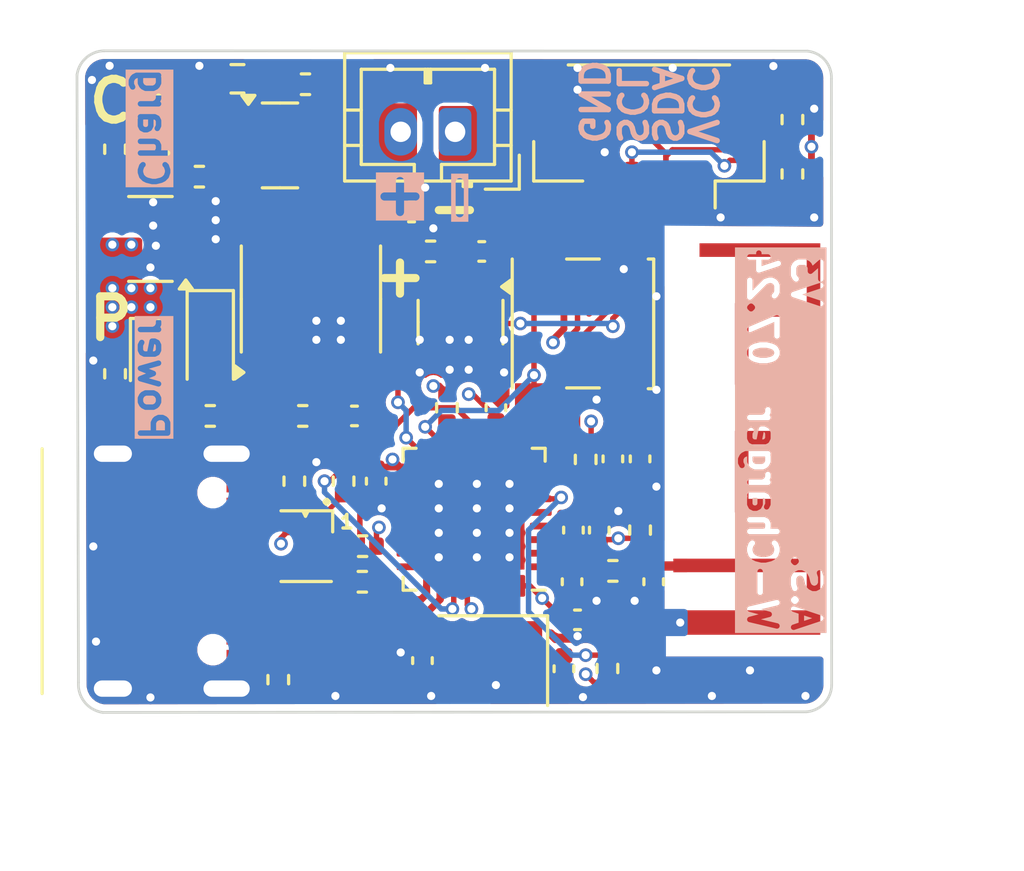
<source format=kicad_pcb>
(kicad_pcb (version 20240108) (generator "pcbnew") (generator_version "8.0")
  (layers (0 "F.Cu" signal "Front.Cu") (1 "In1.Cu" power "GND1.Cu") (2 "In2.Cu" power "SIG-POWER.Cu") (31 "B.Cu" signal "Back.Cu") (34 "B.Paste" user) (35 "F.Paste" user) (36 "B.SilkS" user "B.Silkscreen") (37 "F.SilkS" user "F.Silkscreen") (38 "B.Mask" user) (39 "F.Mask" user) (44 "Edge.Cuts" user))
  (net 0 "")
  (net 1 "GND")
  (net 2 "EXTI")
  (net 3 "Net-(AE1-A)")
  (net 4 "Net-(U3-LNA_IN)")
  (net 5 "Net-(U5-Vin)")
  (net 6 "VCC")
  (net 7 "+BATT")
  (net 8 "Earth")
  (net 9 "Net-(D2-A)")
  (net 10 "+3.3V")
  (net 11 "Net-(D2-K)")
  (net 12 "Net-(U1-CC1)")
  (net 13 "Net-(U1-CC2)")
  (net 14 "CHIP_EN")
  (net 15 "USB_D+")
  (net 16 "USB_D-")
  (net 17 "Net-(U4-PROG)")
  (net 18 "Net-(D3-K)")
  (net 19 "MCU_SCL")
  (net 20 "GPIO8")
  (net 25 "Net-(U3-GPIO9)")
  (net 26 "Net-(D1-BK)")
  (net 27 "MCU_SDA")
  (net 28 "Net-(D1-GK)")
  (net 29 "Net-(D1-RK)")
  (net 30 "Net-(D3-A)")
  (net 31 "V_LDO")
  (net 32 "Grün")
  (net 33 "Blau")
  (net 34 "Rot")
  (net 35 "Net-(U3-XTAL_P)")
  (net 36 "Net-(U3-XTAL_N)")
  (net 37 "Net-(U2-EN)")
  (net 40 "VCC_Sensor")
  (net 42 "ADC")
  (net 45 "Net-(R13-Pad2)")
  (footprint "Capacitor_SMD:C_0402_1005Metric" (layer "F.Cu") (at 150.3 91.4 -90)
    (property "Reference" "C3" (hide yes))
    (property "Value" "3p3_0402_C0G_50V")
  )
  (footprint "Resistor_SMD:R_0402_1005Metric" (layer "F.Cu") (at 136.5 95 -90)
    (property "Reference" "R3" (hide yes))
    (property "Value" "5k1_0402")
  )
  (footprint "Capacitor_SMD:C_0402_1005Metric" (layer "F.Cu") (at 144.5 85 -90)
    (property "Reference" "C5" (hide yes))
    (property "Value" "100n_0402_X7R_16V")
  )
  (footprint "Resistor_SMD:R_0402_1005Metric" (layer "F.Cu") (at 130.5 83.75 -90)
    (property "Reference" "R14" (hide yes))
    (property "Value" "2k0_0402")
  )
  (footprint "Resistor_SMD:R_0402_1005Metric" (layer "F.Cu") (at 155.4 74.4 -90)
    (property "Reference" "R9" (hide yes))
    (property "Value" "5k1_0402")
  )
  (footprint "Resistor_SMD:R_0402_1005Metric" (layer "F.Cu") (at 147.8 86.9 -90)
    (property "Reference" "R5" (hide yes))
    (property "Value" "1k_0402")
  )
  (footprint "Capacitor_SMD:C_0402_1005Metric" (layer "F.Cu") (at 147.5 92.8)
    (property "Reference" "C1" (hide yes))
    (property "Value" "100n_0402_X7R_16V")
  )
  (footprint "Capacitor_SMD:C_0402_1005Metric" (layer "F.Cu") (at 141.8 94.3 90)
    (property "Reference" "C12" (hide yes))
    (property "Value" "15p_0402_C0G_50V")
  )
  (footprint "Resistor_SMD:R_0603_1608Metric" (layer "F.Cu") (at 135 72.9 180)
    (property "Reference" "R20" (hide yes))
    (property "Value" "330k_0603")
  )
  (footprint "Resistor_SMD:R_0402_1005Metric" (layer "F.Cu") (at 138.9 87.7 -90)
    (property "Reference" "R12" (hide yes))
    (property "Value" "330_0402")
  )
  (footprint "Capacitor_SMD:C_0402_1005Metric" (layer "F.Cu") (at 140.1 87.7 -90)
    (property "Reference" "C11" (hide yes))
    (property "Value" "100n_0402_X7R_16V")
  )
  (footprint "Capacitor_SMD:C_0402_1005Metric" (layer "F.Cu") (at 148.8 86.88 90)
    (property "Reference" "C13" (hide yes))
    (property "Value" "100n_0402_X7R_16V")
  )
  (footprint "LEDSMD:LED_0606_1432_correct" (layer "F.Cu") (at 137.5 90.09 -90)
    (property "Reference" "D1" (hide yes))
    (property "Value" "XL-1615RGBC-RF")
  )
  (footprint "LED_SMD:LED_0603_1608Metric" (layer "F.Cu") (at 131.76 74.94 -90)
    (property "Reference" "D2" (hide yes))
    (property "Value" "0603_RED")
  )
  (footprint "Capacitor_SMD:C_0402_1005Metric" (layer "F.Cu") (at 147.3 91.4 -90)
    (property "Reference" "C6" (hide yes))
    (property "Value" "3p3_0402_C0G_50V")
  )
  (footprint "DPSConnector:USB-C-MC-311D" (layer "F.Cu") (at 130.42 91.01 -90)
    (property "Reference" "U1" (hide yes))
    (property "Value" "USB-C-16P-SMD" (hide yes))
  )
  (footprint "Resistor_SMD:R_0402_1005Metric" (layer "F.Cu") (at 142.1 79.25)
    (property "Reference" "R4" (hide yes))
    (property "Value" "100_0402")
  )
  (footprint "Connector_JST:JST_PH_B2B-PH-K_1x02_P2.00mm_Vertical" (layer "F.Cu") (at 143 74.85 180)
    (property "Reference" "J2" (hide yes))
    (property "Value" "DPS_PPS")
  )
  (footprint "Resistor_SMD:R_0402_1005Metric" (layer "F.Cu") (at 139.59 91.4 180)
    (property "Reference" "R8" (hide yes))
    (property "Value" "330_0402")
  )
  (footprint "Resistor_SMD:R_0402_1005Metric" (layer "F.Cu") (at 148.6 94.59 90)
    (property "Reference" "R1" (hide yes))
    (property "Value" "10k_0402")
  )
  (footprint "Capacitor_SMD:C_0402_1005Metric" (layer "F.Cu") (at 139.3 85.3 180)
    (property "Reference" "C8" (hide yes))
    (property "Value" "10u_0402_X5R_6V3")
  )
  (footprint "Resistor_SMD:R_0402_1005Metric" (layer "F.Cu") (at 137.4 85.3 180)
    (property "Reference" "R16" (hide yes))
    (property "Value" "10k_0402")
  )
  (footprint "Resistor_SMD:R_0402_1005Metric" (layer "F.Cu") (at 137.5 73.1 180)
    (property "Reference" "R13" (hide yes))
    (property "Value" "100k_0402")
  )
  (footprint "Resistor_SMD:R_0402_1005Metric" (layer "F.Cu") (at 149.8 89.5 90)
    (property "Reference" "R19" (hide yes))
    (property "Value" "10k_0402")
  )
  (footprint "Resistor_SMD:R_0402_1005Metric" (layer "F.Cu") (at 148.8 91 180)
    (property "Reference" "L1" (hide yes))
    (property "Value" "2n2H_0403_500mA")
  )
  (footprint "Diode_SMD:D_SOD-323_HandSoldering" (layer "F.Cu") (at 134 82.7 -90)
    (property "Reference" "D4" (hide yes))
    (property "Value" "1N5819WS(Basic)")
  )
  (footprint "Connector_JST:JST_GH_SM04B-GHS-TB_1x04-1MP_P1.25mm_Horizontal" (layer "F.Cu") (at 150.125 74.95 180)
    (property "Reference" "J1" (hide yes))
    (property "Value" "PH1257-WT-04")
  )
  (footprint "Resistor_SMD:R_0402_1005Metric" (layer "F.Cu") (at 134 85.3 180)
    (property "Reference" "R15" (hide yes))
    (property "Value" "10k_0402")
  )
  (footprint "Resistor_SMD:R_0402_1005Metric" (layer "F.Cu") (at 137.09 87.7 90)
    (property "Reference" "R2" (hide yes))
    (property "Value" "5k1_0402")
  )
  (footprint "LED_SMD:LED_0603_1608Metric" (layer "F.Cu") (at 131.8 83.2 -90)
    (property "Reference" "D3" (hide yes))
    (property "Value" "0603_WHITE")
  )
  (footprint "Resistor_SMD:R_0402_1005Metric" (layer "F.Cu") (at 130.5 75.49 -90)
    (property "Reference" "R11" (hide yes))
    (property "Value" "2k0_0402")
  )
  (footprint "Resistor_SMD:R_0402_1005Metric" (layer "F.Cu") (at 155.4 76.4 90)
    (property "Reference" "R10" (hide yes))
    (property "Value" "5k1_0402")
  )
  (footprint "Package_TO_SOT_SMD:SOT-23" (layer "F.Cu") (at 136.5625 75.35)
    (property "Reference" "Q1" (hide yes))
    (property "Value" "SI2301CDS-T1-GE3")
  )
  (footprint "switch:SW_SPST_TL3305B" (layer "F.Cu") (at 147.7 81.9 -90)
    (property "Reference" "SW2" (hide yes))
    (property "Value" "TS-1187A-B-A-B")
  )
  (footprint "Capacitor_SMD:C_0402_1005Metric" (layer "F.Cu") (at 149.8 86.88 90)
    (property "Reference" "C14" (hide yes))
    (property "Value" "1u_0402_X5R_25V")
  )
  (footprint "RF_Antenna:Texas_SWRA117D_2.4GHz_Left" (layer "F.Cu") (at 151.275 90.8 -90)
    (property "Reference" "AE1" (hide yes))
    (property "Value" "KH-3216-H0209" (hide yes))
  )
  (footprint "Resistor_SMD:R_0402_1005Metric" (layer "F.Cu") (at 142.7 85 -90)
    (property "Reference" "R6" (hide yes))
    (property "Value" "10k_0402")
  )
  (footprint "Capacitor_SMD:C_0402_1005Metric" (layer "F.Cu") (at 141.4 77.8)
    (property "Reference" "C9" (hide yes))
    (property "Value" "10u_0402_X5R_6V3")
  )
  (footprint "Resistor_SMD:R_0402_1005Metric" (layer "F.Cu") (at 139.6 90.09 180)
    (property "Reference" "R7" (hide yes))
    (property "Value" "330_0402")
  )
  (footprint "Resistor_SMD:R_0402_1005Metric" (layer "F.Cu") (at 133.6 76.5 180)
    (property "Reference" "R18" (hide yes))
    (property "Value" "1k_0402")
  )
  (footprint "Package_TO_SOT_SMD:SOT-23-5" (layer "F.Cu") (at 143.2 81.85 -90)
    (property "Reference" "U5" (hide yes))
    (property "Value" "SKCL3130ME")
  )
  (footprint "Capacitor_SMD:C_0402_1005Metric" (layer "F.Cu") (at 147.35 89.5 -90)
    (property "Reference" "C7" (hide yes))
    (property "Value" "100n_0402_X7R_16V")
  )
  (footprint "Package_DFN_QFN:QFN-32-1EP_5x5mm_P0.5mm_EP3.7x3.7mm" (layer "F.Cu") (at 143.7 89.1 180)
    (property "Reference" "U3" (hide yes))
    (property "Value" "ESP32-C3")
  )
  (footprint "Capacitor_SMD:C_0402_1005Metric" (layer "F.Cu") (at 148.3 89.5 -90)
    (property "Reference" "C2" (hide yes))
    (property "Value" "10u_0402_X5R_6V3")
  )
  (footprint "Capacitor_SMD:C_0402_1005Metric" (layer "F.Cu") (at 143.98 79.25)
    (property "Reference" "C4" (hide yes))
    (property "Value" "1u_0402_X5R_25V")
  )
  (footprint "Crystal:Crystal_SMD_3225-4Pin_3.2x2.5mm" (layer "F.Cu") (at 144.4 94.3 180)
    (property "Reference" "Y1" (hide yes))
    (property "Value" "40MHz_S3240000151040")
  )
  (footprint "Capacitor_SMD:C_0402_1005Metric" (layer "F.Cu") (at 147 94.6 -90)
    (property "Reference" "C10" (hide yes))
    (property "Value" "15p_0402_C0G_50V")
  )
  (footprint "Package_SO:SOP-8_3.9x4.9mm_P1.27mm" (layer "F.Cu") (at 137.7 81 90)
    (property "Reference" "U4" (hide yes))
    (property "Value" "TC4056A")
  )
  (footprint "Package_TO_SOT_SMD:SOT-23-5" (layer "F.Cu") (at 131.8 78.79 180)
    (property "Reference" "U2" (hide yes))
    (property "Value" "DS8561-33S5")
  )
  (gr_line (start 129.099999 72.752903) (end 129.153672 95.108576) (stroke (width 0.1)) (layer "Edge.Cuts"))
  (gr_line (start 155.954944 71.882287) (end 130.1 71.871123) (stroke (width 0.1)) (layer "Edge.Cuts"))
  (gr_arc (start 155.954786 71.883931) (mid 156.597605 72.216011) (end 156.833513 72.9) (stroke (width 0.1)) (layer "Edge.Cuts"))
  (gr_line (start 130.050505 96.206734) (end 155.9 96.184666) (stroke (width 0.1)) (layer "Edge.Cuts"))
  (gr_arc (start 129.101948 72.753172) (mid 129.437617 72.127307) (end 130.1 71.871124) (stroke (width 0.1)) (layer "Edge.Cuts"))
  (gr_line (start 156.833513 72.9) (end 156.843175 95.199817) (stroke (width 0.1)) (layer "Edge.Cuts"))
  (gr_arc (start 156.843175 95.199817) (mid 156.564307 95.876806) (end 155.9 96.184666) (stroke (width 0.1)) (layer "Edge.Cuts"))
  (gr_arc (start 130.050505 96.206734) (mid 129.386457 95.833755) (end 129.153672 95.108576) (stroke (width 0.1)) (layer "Edge.Cuts"))
  (gr_text "SCL\n" (at 148.9 75.4 270) (layer "B.SilkS") (effects (font (size 1 1) (thickness 0.2) (bold yes)) (justify left bottom mirror)))
  (gr_text "-\n" (at 142.4 78.4 270) (layer "B.SilkS" knockout) (effects (font (size 1.5 1.5) (thickness 0.3) (bold yes)) (justify left bottom mirror)))
  (gr_text "Power\n" (at 131.3 86.3 270) (layer "B.SilkS" knockout) (effects (font (size 1 1) (thickness 0.2) (bold yes)) (justify left bottom mirror)))
  (gr_text "VCC\n" (at 151.5 75.4 270) (layer "B.SilkS") (effects (font (size 1 1) (thickness 0.2) (bold yes)) (justify left bottom mirror)))
  (gr_text "SDA\n" (at 150.2 75.4 270) (layer "B.SilkS") (effects (font (size 1 1) (thickness 0.2) (bold yes)) (justify left bottom mirror)))
  (gr_text "A.S.            V3\nW-Charger  07.24" (at 153.7 93.3 270) (layer "B.SilkS" knockout) (effects (font (size 1 1) (thickness 0.2) (bold yes)) (justify left bottom mirror)))
  (gr_text "Charg\n" (at 131.3 77 270) (layer "B.SilkS" knockout) (effects (font (size 1 1) (thickness 0.2) (bold yes)) (justify left bottom mirror)))
  (gr_text "+\n" (at 142.1 78 0) (layer "B.SilkS" knockout) (effects (font (size 1.5 1.5) (thickness 0.3) (bold yes)) (justify left bottom mirror)))
  (gr_text "GND\n" (at 147.5 75.4 270) (layer "B.SilkS") (effects (font (size 1 1) (thickness 0.2) (bold yes)) (justify left bottom mirror)))
  (gr_text "-\n" (at 144.1 78.5 0) (layer "F.SilkS") (effects (font (size 1.5 1.5) (thickness 0.3) (bold yes)) (justify left bottom mirror)))
  (gr_text "+\n" (at 142.1 81 0) (layer "F.SilkS") (effects (font (size 1.5 1.5) (thickness 0.3) (bold yes)) (justify left bottom mirror)))
  (gr_text "C" (at 129.4 74.6 0) (layer "F.SilkS") (effects (font (size 1.5 1.5) (thickness 0.3) (bold yes)) (justify left bottom)))
  (gr_text "P" (at 129.4 82.6 0) (layer "F.SilkS") (effects (font (size 1.5 1.5) (thickness 0.3) (bold yes)) (justify left bottom)))
  (segment (start 133.49 85.58) (end 134.6 86.69) (width 0.3) (layer "F.Cu") (net 1))
  (segment (start 133.59999 72.422634) (end 133.697634 72.422634) (width 0.4) (layer "F.Cu") (net 1))
  (segment (start 135.17 87.26) (end 134.6 86.69) (width 0.2) (layer "F.Cu") (net 1))
  (segment (start 141.88 78.08) (end 142.2 78.4) (width 0.25) (layer "F.Cu") (net 1))
  (segment (start 147.5 73.3) (end 146.925 73.3) (width 0.25) (layer "F.Cu") (net 1))
  (segment (start 148.2 92.1) (end 147.93 91.83) (width 0.25) (layer "F.Cu") (net 1))
  (segment (start 149.8 85.5) (end 149.2 84.9) (width 0.2) (layer "F.Cu") (net 1))
  (segment (start 149.2 79.9) (end 149.2 78.9) (width 0.25) (layer "F.Cu") (net 1))
  (segment (start 147.93 91.83) (end 147.4 91.83) (width 0.25) (layer "F.Cu") (net 1))
  (segment (start 149.98 92.1) (end 150.3 91.78) (width 0.2) (layer "F.Cu") (net 1))
  (segment (start 147.43 91.8) (end 147.4 91.83) (width 0.2) (layer "F.Cu") (net 1))
  (segment (start 146.925 73.3) (end 146.675 73.55) (width 0.25) (layer "F.Cu") (net 1))
  (segment (start 137.28 87) (end 137.09 87.19) (width 0.2) (layer "F.Cu") (net 1))
  (segment (start 149.6 92.1) (end 149.98 92.1) (width 0.2) (layer "F.Cu") (net 1))
  (segment (start 141.8 93.82) (end 142.93 93.82) (width 0.25) (layer "F.Cu") (net 1))
  (segment (start 136.5 95.51) (end 134.78 95.51) (width 0.2) (layer "F.Cu") (net 1))
  (segment (start 144.5 95.2) (end 144.785 95.2) (width 0.2) (layer "F.Cu") (net 1))
  (segment (start 138.335 84.815) (end 138.82 85.3) (width 0.35) (layer "F.Cu") (net 1))
  (segment (start 148.4 84.9) (end 149.2 84.9) (width 0.2) (layer "F.Cu") (net 1))
  (segment (start 147.138199 95.08) (end 147 95.08) (width 0.2) (layer "F.Cu") (net 1))
  (segment (start 133.697634 72.422634) (end 134.175 72.9) (width 0.4) (layer "F.Cu") (net 1))
  (segment (start 140.1 88.5) (end 140.3 88.7) (width 0.18) (layer "F.Cu") (net 1))
  (segment (start 147.88 93.02) (end 147.88 92.8) (width 0.2) (layer "F.Cu") (net 1))
  (segment (start 148.25 75.85) (end 148.25 76.8) (width 0.25) (layer "F.Cu") (net 1))
  (segment (start 141.88 77.8) (end 141.88 78.08) (width 0.25) (layer "F.Cu") (net 1))
  (segment (start 138.335 83.625) (end 138.335 84.875) (width 0.35) (layer "F.Cu") (net 1))
  (segment (start 147.5 93.4) (end 147.88 93.02) (width 0.2) (layer "F.Cu") (net 1))
  (segment (start 141 94) (end 141.78 94) (width 0.25) (layer "F.Cu") (net 1))
  (segment (start 154.699986 72.431745) (end 154.699986 72.975014) (width 0.25) (layer "F.Cu") (net 1))
  (segment (start 148.5 75.6) (end 148.25 75.85) (width 0.25) (layer "F.Cu") (net 1))
  (segment (start 143.58 83.6) (end 144.5 84.52) (width 0.2) (layer "F.Cu") (net 1))
  (segment (start 140.1 88.18) (end 140.1 88.5) (width 0.18) (layer "F.Cu") (net 1))
  (segment (start 141.9 76.9) (end 141.88 76.92) (width 0.25) (layer "F.Cu") (net 1))
  (segment (start 142.93 93.82) (end 143.3 93.45) (width 0.25) (layer "F.Cu") (net 1))
  (segment (start 154.699986 72.975014) (end 154.125 73.55) (width 0.25) (layer "F.Cu") (net 1))
  (segment (start 133.49 85.3) (end 133.49 85.58) (width 0.3) (layer "F.Cu") (net 1))
  (segment (start 135.17 94.76) (end 134.6 95.33) (width 0.2) (layer "F.Cu") (net 1))
  (segment (start 138.335 84.875) (end 137.91 85.3) (width 0.35) (layer "F.Cu") (net 1))
  (segment (start 148.8 86.4) (end 148.8 85.3) (width 0.2) (layer "F.Cu") (net 1))
  (segment (start 141.78 94) (end 141.8 94.02) (width 0.25) (layer "F.Cu") (net 1))
  (segment (start 148.78 89.02) (end 147.35 89.02) (width 0.2) (layer "F.Cu") (net 1))
  (segment (start 149 88.8) (end 148.78 89.02) (width 0.2) (layer "F.Cu") (net 1))
  (segment (start 143.5 83.6) (end 143.58 83.6) (width 0.2) (layer "F.Cu") (net 1))
  (segment (start 144.785 95.2) (end 145.185 94.8) (width 0.2) (layer "F.Cu") (net 1))
  (segment (start 148.2 84.7) (end 148.4 84.9) (width 0.2) (layer "F.Cu") (net 1))
  (segment (start 135.17 94.21) (end 135.17 94.76) (width 0.2) (layer "F.Cu") (net 1))
  (segment (start 147.699865 95.641666) (end 147.138199 95.08) (width 0.2) (layer "F.Cu") (net 1))
  (segment (start 137.9 87) (end 137.28 87) (width 0.2) (layer "F.Cu") (net 1))
  (segment (start 135.17 87.81) (end 135.17 87.26) (width 0.2) (layer "F.Cu") (net 1))
  (segment (start 141.88 76.92) (end 141.88 77.8) (width 0.25) (layer "F.Cu") (net 1))
  (segment (start 134.78 95.51) (end 134.6 95.33) (width 0.2) (layer "F.Cu") (net 1))
  (segment (start 134.71 86.58) (end 134.6 86.69) (width 0.25) (layer "F.Cu") (net 1))
  (segment (start 148.8 85.3) (end 149.2 84.9) (width 0.2) (layer "F.Cu") (net 1))
  (segment (start 149.8 86.4) (end 149.8 85.5) (width 0.2) (layer "F.Cu") (net 1))
  (segment (start 138.335 83.625) (end 138.335 84.815) (width 0.35) (layer "F.Cu") (net 1))
  (via (at 138.6 95.6) (size 0.5) (drill 0.3) (layers "F.Cu" "B.Cu") (net 1))
  (via (at 147.5 73.3) (size 0.5) (drill 0.3) (layers "F.Cu" "B.Cu") (net 1))
  (via (at 143.5 82.5) (size 0.5) (drill 0.3) (layers "F.Cu" "B.Cu") (net 1))
  (via (at 129.7 90.1) (size 0.5) (drill 0.3) (layers "F.Cu" "B.Cu") (net 1))
  (via (at 153.84 94.66) (size 0.5) (drill 0.3) (layers "F.Cu" "B.Cu") (net 1))
  (via (at 143.8 90.5) (size 0.5) (drill 0.3) (layers "F.Cu" "B.Cu") (net 1))
  (via (at 131.8 95.65524) (size 0.5) (drill 0.3) (layers "F.Cu" "B.Cu") (net 1))
  (via (at 138.8 82.5) (size 0.5) (drill 0.3) (layers "F.Cu" "B.Cu") (net 1))
  (via (at 129.650459 72.943434) (size 0.5) (drill 0.3) (layers "F.Cu" "B.Cu") (net 1))
  (via (at 142.4 89.6) (size 0.5) (drill 0.3) (layers "F.Cu" "B.Cu") (net 1))
  (via (at 142.4 87.8) (size 0.5) (drill 0.3) (layers "F.Cu" "B.Cu") (net 1))
  (via (at 143.5 83.6) (size 0.5) (drill 0.3) (layers "F.Cu" "B.Cu") (net 1))
  (via (at 143.8 88.7) (size 0.5) (drill 0.3) (layers "F.Cu" "B.Cu") (net 1))
  (via (at 144.8 83.7) (size 0.5) (drill 0.3) (layers "F.Cu" "B.Cu") (net 1))
  (via (at 134.2 78.1) (size 0.5) (drill 0.3) (layers "F.Cu" "B.Cu") (net 1))
  (via (at 142.2 78.4) (size 0.5) (drill 0.3) (layers "F.Cu" "B.Cu") (net 1))
  (via (at 150.4 80.9) (size 0.5) (drill 0.3) (layers "F.Cu" "B.Cu") (net 1))
  (via (at 144.8 82.5) (size 0.5) (drill 0.3) (layers "F.Cu" "B.Cu") (net 1))
  (via (at 149.6 92.1) (size 0.5) (drill 0.3) (layers "F.Cu" "B.Cu") (net 1))
  (via (at 142.8 82.5) (size 0.5) (drill 0.3) (layers "F.Cu" "B.Cu") (net 1))
  (via (at 145 89.6) (size 0.5) (drill 0.3) (layers "F.Cu" "B.Cu") (net 1))
  (via (at 133.59999 72.422634) (size 0.5) (drill 0.3) (layers "F.Cu" "B.Cu") (net 1))
  (via (at 145 90.5) (size 0.5) (drill 0.3) (layers "F.Cu" "B.Cu") (net 1))
  (via (at 145 87.8) (size 0.5) (drill 0.3) (layers "F.Cu" "B.Cu") (net 1))
  (via (at 152.439962 95.6) (size 0.5) (drill 0.3) (layers "F.Cu" "B.Cu") (net 1))
  (via (at 148.2 84.7) (size 0.5) (drill 0.3) (layers "F.Cu" "B.Cu") (net 1))
  (via (at 148.5 75.6) (size 0.5) (drill 0.3) (layers "F.Cu" "B.Cu") (net 1))
  (via (at 154.699986 72.431745) (size 0.5) (drill 0.3) (layers "F.Cu" "B.Cu") (net 1))
  (via (at 140.619904 72.5) (size 0.5) (drill 0.3) (layers "F.Cu" "B.Cu") (net 1))
  (via (at 131.9 78.3) (size 0.5) (drill 0.3) (layers "F.Cu" "B.Cu") (net 1))
  (via (at 142.4 88.7) (size 0.5) (drill 0.3) (layers "F.Cu" "B.Cu") (net 1))
  (via (at 137.9 82.5) (size 0.5) (drill 0.3) (layers "F.Cu" "B.Cu") (net 1))
  (via (at 132 79.04) (size 0.5) (drill 0.3) (layers "F.Cu" "B.Cu") (net 1))
  (via (at 155.879962 95.6) (size 0.5) (drill 0.3) (layers "F.Cu" "B.Cu") (net 1))
  (via (at 130.299904 72.421209) (size 0.5) (drill 0.3) (layers "F.Cu" "B.Cu") (net 1))
  (via (at 131.8 79.84) (size 0.5) (drill 0.3) (layers "F.Cu" "B.Cu") (net 1))
  (via (at 140.3 88.7) (size 0.5) (drill 0.3) (layers "F.Cu" "B.Cu") (net 1))
  (via (at 142.8 83.6) (size 0.5) (drill 0.3) (layers "F.Cu" "B.Cu") (net 1))
  (via (at 148.2 92.1) (size 0.5) (drill 0.3) (layers "F.Cu" "B.Cu") (net 1))
  (via (at 141.9 76.9) (size 0.5) (drill 0.3) (layers "F.Cu" "B.Cu") (net 1))
  (via (at 141.7 82.5) (size 0.5) (drill 0.3) (layers "F.Cu" "B.Cu") (net 1))
  (via (at 129.7 83.263434) (size 0.5) (drill 0.3) (layers "F.Cu" "B.Cu") (net 1))
  (via (at 143.8 87.8) (size 0.5) (drill 0.3) (layers "F.Cu" "B.Cu") (net 1))
  (via (at 151 72.5) (size 0.5) (drill 0.3) (layers "F.Cu" "B.Cu") (net 1))
  (via (at 131.9 77.44) (size 0.5) (drill 0.3) (layers "F.Cu" "B.Cu") (net 1))
  (via (at 137.9 81.8) (size 0.5) (drill 0.3) (layers "F.Cu" "B.Cu") (net 1))
  (via (at 144.1 72.5) (size 0.5) (drill 0.3) (layers "F.Cu" "B.Cu") (net 1))
  (via (at 147.699865 95.641666) (size 0.5) (drill 0.3) (layers "F.Cu" "B.Cu") (net 1))
  (via (at 142.119962 95.6) (size 0.5) (drill 0.3) (layers "F.Cu" "B.Cu") (net 1))
  (via (at 150.4 94.66) (size 0.5) (drill 0.3) (layers "F.Cu" "B.Cu") (net 1))
  (via (at 141.7 83.7) (size 0.5) (drill 0.3) (layers "F.Cu" "B.Cu") (net 1))
  (via (at 152.76 78) (size 0.5) (drill 0.3) (layers "F.Cu" "B.Cu") (net 1))
  (via (at 149.2 79.9) (size 0.5) (drill 0.3) (layers "F.Cu" "B.Cu") (net 1))
  (via (at 138.8 81.8) (size 0.5) (drill 0.3) (layers "F.Cu" "B.Cu") (net 1))
  (via (at 142.4 90.5) (size 0.5) (drill 0.3) (layers "F.Cu" "B.Cu") (net 1))
  (via (at 150.4 84.34) (size 0.5) (drill 0.3) (layers "F.Cu" "B.Cu") (net 1))
  (via (at 145 88.7) (size 0.5) (drill 0.3) (layers "F.Cu" "B.Cu") (net 1))
  (via (at 149 88.8) (size 0.5) (drill 0.3) (layers "F.Cu" "B.Cu") (net 1))
  (via (at 156.2 78) (size 0.5) (drill 0.3) (layers "F.Cu" "B.Cu") (net 1))
  (via (at 134.2 78.8) (size 0.5) (drill 0.3) (layers "F.Cu" "B.Cu") (net 1))
  (via (at 141 94) (size 0.5) (drill 0.3) (layers "F.Cu" "B.Cu") (net 1))
  (via (at 144.5 95.2) (size 0.5) (drill 0.3) (layers "F.Cu" "B.Cu") (net 1))
  (via (at 150.4 87.9) (size 0.5) (drill 0.3) (layers "F.Cu" "B.Cu") (net 1))
  (via (at 129.8 93.6) (size 0.5) (drill 0.3) (layers "F.Cu" "B.Cu") (net 1))
  (via (at 134.2 77.4) (size 0.5) (drill 0.3) (layers "F.Cu" "B.Cu") (net 1))
  (via (at 147.5 93.4) (size 0.5) (drill 0.3) (layers "F.Cu" "B.Cu") (net 1))
  (via (at 147.5 72.5) (size 0.5) (drill 0.3) (layers "F.Cu" "B.Cu") (net 1))
  (via (at 137.9 87) (size 0.5) (drill 0.3) (layers "F.Cu" "B.Cu") (net 1))
  (via (at 143.8 89.6) (size 0.5) (drill 0.3) (layers "F.Cu" "B.Cu") (net 1))
  (via (at 156.2 74) (size 0.5) (drill 0.3) (layers "F.Cu" "B.Cu") (net 1))
  (segment (start 146.15 88.35) (end 146.85 88.35) (width 0.2) (layer "F.Cu") (net 2))
  (segment (start 148.58 94.1) (end 148.6 94.08) (width 0.2) (layer "F.Cu") (net 2))
  (segment (start 147.8 94.1) (end 148.58 94.1) (width 0.2) (layer "F.Cu") (net 2))
  (segment (start 146.85 88.35) (end 146.9 88.3) (width 0.2) (layer "F.Cu") (net 2))
  (via (at 147.8 94.1) (size 0.5) (drill 0.3) (layers "F.Cu" "B.Cu") (net 2))
  (via (at 146.9 88.3) (size 0.5) (drill 0.3) (layers "F.Cu" "B.Cu") (net 2))
  (segment (start 145.7 89.5) (end 146.9 88.3) (width 0.2) (layer "B.Cu") (net 2))
  (segment (start 147.3 94.1) (end 145.7 92.5) (width 0.2) (layer "B.Cu") (net 2))
  (segment (start 147.8 94.1) (end 147.3 94.1) (width 0.2) (layer "B.Cu") (net 2))
  (segment (start 145.7 92.5) (end 145.7 89.5) (width 0.2) (layer "B.Cu") (net 2))
  (segment (start 150.3 90.82) (end 151.255 90.82) (width 0.3424) (layer "F.Cu") (net 3))
  (segment (start 150.27 90.85) (end 150.3 90.82) (width 0.3424) (layer "F.Cu") (net 3))
  (segment (start 151.255 90.82) (end 151.275 90.8) (width 0.3424) (layer "F.Cu") (net 3))
  (segment (start 149.41 90.85) (end 150.27 90.85) (width 0.3424) (layer "F.Cu") (net 3))
  (segment (start 146.15 90.85) (end 147.38 90.85) (width 0.3424) (layer "F.Cu") (net 4))
  (segment (start 147.4 90.87) (end 148.37 90.87) (width 0.3424) (layer "F.Cu") (net 4))
  (segment (start 147.38 90.85) (end 147.4 90.87) (width 0.3424) (layer "F.Cu") (net 4))
  (segment (start 148.37 90.87) (end 148.39 90.85) (width 0.3424) (layer "F.Cu") (net 4))
  (segment (start 142.25 79.61) (end 142.25 80.7125) (width 0.55) (layer "F.Cu") (net 5))
  (segment (start 143.5 79.25) (end 142.61 79.25) (width 0.55) (layer "F.Cu") (net 5))
  (segment (start 142.61 79.25) (end 142.25 79.61) (width 0.55) (layer "F.Cu") (net 5))
  (segment (start 130.5 83.24) (end 130.54 83.2) (width 0.4) (layer "F.Cu") (net 6))
  (segment (start 134.387 93.187) (end 133.7 92.5) (width 0.3) (layer "F.Cu") (net 6))
  (segment (start 139.605 85.125) (end 139.78 85.3) (width 0.5) (layer "F.Cu") (net 6))
  (segment (start 135.5 74.4) (end 134.937 74.963) (width 0.4) (layer "F.Cu") (net 6))
  (segment (start 134.51 85.3) (end 134.137 84.927) (width 0.5) (layer "F.Cu") (net 6))
  (segment (start 136.2 88.254) (end 136.2 86.8) (width 0.5) (layer "F.Cu") (net 6))
  (segment (start 136.2 86.2) (end 135.3 85.3) (width 0.5) (layer "F.Cu") (net 6))
  (segment (start 134.69 88.61) (end 135.17 88.61) (width 0.3) (layer "F.Cu") (net 6))
  (segment (start 133.7 92.5) (end 133.7 89.6) (width 0.3) (layer "F.Cu") (net 6))
  (segment (start 129.61476 75.190621) (end 129.61476 82.35476) (width 0.35) (layer "F.Cu") (net 6))
  (segment (start 133.7 89.6) (end 134.69 88.61) (width 0.3) (layer "F.Cu") (net 6))
  (segment (start 133.5 83.95) (end 134 83.95) (width 0.5) (layer "F.Cu") (net 6))
  (segment (start 134.947 93.187) (end 134.387 93.187) (width 0.3) (layer "F.Cu") (net 6))
  (segment (start 139.605 83.625) (end 139.605 85.125) (width 0.5) (layer "F.Cu") (net 6))
  (segment (start 136.8 86.2) (end 139.3 86.2) (width 0.5) (layer "F.Cu") (net 6))
  (segment (start 136.2 86.8) (end 136.55 86.45) (width 0.5) (layer "F.Cu") (net 6))
  (segment (start 135.844 88.61) (end 136.2 88.254) (width 0.5) (layer "F.Cu") (net 6))
  (segment (start 136.55 86.45) (end 136.8 86.2) (width 0.5) (layer "F.Cu") (net 6))
  (segment (start 129.825381 74.98) (end 129.61476 75.190621) (width 0.35) (layer "F.Cu") (net 6))
  (segment (start 139.78 85.72) (end 139.78 85.3) (width 0.5) (layer "F.Cu") (net 6))
  (segment (start 130.5 74.98) (end 129.825381 74.98) (width 0.35) (layer "F.Cu") (net 6))
  (segment (start 133.7 92.5) (end 132.6 91.4) (width 0.45) (layer "F.Cu") (net 6))
  (segment (start 134.137 84.087) (end 134 83.95) (width 0.5) (layer "F.Cu") (net 6))
  (segment (start 134.137 84.927) (end 134.137 84.087) (width 0.5) (layer "F.Cu") (net 6))
  (segment (start 134.937 74.963) (end 130.517 74.963) (width 0.4) (layer "F.Cu") (net 6))
  (segment (start 135.3 85.3) (end 134.51 85.3) (width 0.5) (layer "F.Cu") (net 6))
  (segment (start 130.54 83.2) (end 133.25 83.2) (width 0.4) (layer "F.Cu") (net 6))
  (segment (start 135.17 88.61) (end 135.844 88.61) (width 0.5) (layer "F.Cu") (net 6))
  (segment (start 136.8 86.2) (end 136.2 86.2) (width 0.5) (layer "F.Cu") (net 6))
  (segment (start 135.625 74.4) (end 135.5 74.4) (width 0.4) (layer "F.Cu") (net 6))
  (segment (start 129.61476 82.35476) (end 130.5 83.24) (width 0.35) (layer "F.Cu") (net 6))
  (segment (start 132.6 91.4) (end 132.6 84.85) (width 0.5) (layer "F.Cu") (net 6))
  (segment (start 132.6 84.85) (end 133.5 83.95) (width 0.5) (layer "F.Cu") (net 6))
  (segment (start 135.17 93.41) (end 134.947 93.187) (width 0.3) (layer "F.Cu") (net 6))
  (segment (start 130.517 74.963) (end 130.5 74.98) (width 0.4) (layer "F.Cu") (net 6))
  (segment (start 133.25 83.2) (end 134 83.95) (width 0.4) (layer "F.Cu") (net 6))
  (segment (start 139.3 86.2) (end 139.78 85.72) (width 0.5) (layer "F.Cu") (net 6))
  (segment (start 130.5 76) (end 131.4875 76) (width 0.3) (layer "F.Cu") (net 9))
  (segment (start 131.4875 76) (end 131.76 75.7275) (width 0.3) (layer "F.Cu") (net 9))
  (segment (start 142.2 84.2) (end 142.41 84.2) (width 0.25) (layer "F.Cu") (net 10))
  (segment (start 143.5 84.5) (end 143.647102 84.5) (width 0.2) (layer "F.Cu") (net 10))
  (segment (start 144.45 86.65) (end 144.45 85.53) (width 0.2) (layer "F.Cu") (net 10))
  (segment (start 141.08 87.18) (end 141.25 87.35) (width 0.25) (layer "F.Cu") (net 10))
  (segment (start 140.98 87.18) (end 141.08 87.18) (width 0.25) (layer "F.Cu") (net 10))
  (segment (start 144.45 85.53) (end 144.5 85.48) (width 0.2) (layer "F.Cu") (net 10))
  (segment (start 136.6 90) (end 136.6 89.79) (width 0.2) (layer "F.Cu") (net 10))
  (segment (start 143.647102 84.5) (end 144.5 85.352898) (width 0.2) (layer "F.Cu") (net 10))
  (segment (start 140.1 87.18) (end 141.08 87.18) (width 0.25) (layer "F.Cu") (net 10))
  (segment (start 144.5 85.352898) (end 144.5 85.48) (width 0.2) (layer "F.Cu") (net 10))
  (segment (start 146.15 89.85) (end 146.15 90.35) (width 0.2) (layer "F.Cu") (net 10))
  (segment (start 136.6 89.79) (end 137 89.39) (width 0.2) (layer "F.Cu") (net 10))
  (segment (start 156.1 74.738958) (end 156.1 75.4) (width 0.25) (layer "F.Cu") (net 10))
  (segment (start 147.8 94.8) (end 148.1 95.1) (width 0.2) (layer "F.Cu") (net 10))
  (segment (start 147 92.8) (end 146.2 92) (width 0.2) (layer "F.Cu") (net 10))
  (segment (start 156.1 76.21) (end 155.4 76.91) (width 0.25) (layer "F.Cu") (net 10))
  (segment (start 147.02 92.8) (end 147 92.8) (width 0.2) (layer "F.Cu") (net 10))
  (segment (start 148.95 89.85) (end 146.15 89.85) (width 0.2) (layer "F.Cu") (net 10))
  (segment (start 146.2 92) (end 145.75 91.55) (width 0.2) (layer "F.Cu") (net 10))
  (segment (start 145.45 91.55) (end 144.95 91.55) (width 0.2) (layer "F.Cu") (net 10))
  (segment (start 142.41 84.2) (end 142.7 84.49) (width 0.25) (layer "F.Cu") (net 10))
  (segment (start 156.1 75.4) (end 156.1 76.21) (width 0.25) (layer "F.Cu") (net 10))
  (segment (start 140.7 86.9) (end 140.98 87.18) (width 0.25) (layer "F.Cu") (net 10))
  (segment (start 149.59 89.8) (end 149.8 90.01) (width 0.2) (layer "F.Cu") (net 10))
  (segment (start 155.4 73.89) (end 155.4 74.038958) (width 0.25) (layer "F.Cu") (net 10))
  (segment (start 149 89.8) (end 148.95 89.85) (width 0.2) (layer "F.Cu") (net 10))
  (segment (start 155.4 74.038958) (end 156.1 74.738958) (width 0.25) (layer "F.Cu") (net 10))
  (segment (start 145.75 91.55) (end 145.45 91.55) (width 0.2) (layer "F.Cu") (net 10))
  (segment (start 148.1 95.1) (end 148.6 95.1) (width 0.2) (layer "F.Cu") (net 10))
  (segment (start 149 89.8) (end 149.59 89.8) (width 0.2) (layer "F.Cu") (net 10))
  (segment (start 137.1 89.49) (end 137 89.39) (width 0.2) (layer "F.Cu") (net 10))
  (via (at 131.1 79) (size 0.5) (drill 0.3) (layers "F.Cu" "B.Cu") (net 10))
  (via (at 136.6 90) (size 0.5) (drill 0.3) (layers "F.Cu" "B.Cu") (net 10))
  (via (at 130.4 80.6) (size 0.5) (drill 0.3) (layers "F.Cu" "B.Cu") (net 10))
  (via (at 130.4 81.3) (size 0.5) (drill 0.3) (layers "F.Cu" "B.Cu") (net 10))
  (via (at 143.5 84.5) (size 0.5) (drill 0.3) (layers "F.Cu" "B.Cu") (net 10))
  (via (at 131.1 81.3) (size 0.5) (drill 0.3) (layers "F.Cu" "B.Cu") (net 10))
  (via (at 156.1 75.4) (size 0.5) (drill 0.3) (layers "F.Cu" "B.Cu") (net 10))
  (via (at 142.2 84.2) (size 0.5) (drill 0.3) (layers "F.Cu" "B.Cu") (net 10))
  (via (at 130.4 79) (size 0.5) (drill 0.3) (layers "F.Cu" "B.Cu") (net 10))
  (via (at 131.8 80.6) (size 0.5) (drill 0.3) (layers "F.Cu" "B.Cu") (net 10))
  (via (at 140.7 86.9) (size 0.5) (drill 0.3) (layers "F.Cu" "B.Cu") (net 10))
  (via (at 131.1 80.6) (size 0.5) (drill 0.3) (layers "F.Cu" "B.Cu") (net 10))
  (via (at 149 89.8) (size 0.5) (drill 0.3) (layers "F.Cu" "B.Cu") (net 10))
  (via (at 130.4 82) (size 0.5) (drill 0.3) (layers "F.Cu" "B.Cu") (net 10))
  (via (at 147.8 94.8) (size 0.5) (drill 0.3) (layers "F.Cu" "B.Cu") (net 10))
  (via (at 131.8 81.3) (size 0.5) (drill 0.3) (layers "F.Cu" "B.Cu") (net 10))
  (via (at 146.2 92) (size 0.5) (drill 0.3) (layers "F.Cu" "B.Cu") (net 10))
  (segment (start 136.41 75.66) (end 137.065 76.315) (width 0.35) (layer "F.Cu") (net 11))
  (segment (start 132.1145 73.798) (end 136.403882 73.798) (width 0.35) (layer "F.Cu") (net 11))
  (segment (start 136.41 75.059118) (end 136.41 75.66) (width 0.35) (layer "F.Cu") (net 11))
  (segment (start 136.6645 74.804618) (end 136.41 75.059118) (width 0.35) (layer "F.Cu") (net 11))
  (segment (start 137.065 76.315) (end 137.065 78.375) (width 0.35) (layer "F.Cu") (net 11))
  (segment (start 136.6645 74.058618) (end 136.6645 74.804618) (width 0.35) (layer "F.Cu") (net 11))
  (segment (start 136.403882 73.798) (end 136.6645 74.058618) (width 0.35) (layer "F.Cu") (net 11))
  (segment (start 131.76 74.1525) (end 132.1145 73.798) (width 0.35) (layer "F.Cu") (net 11))
  (segment (start 136.2 89.5) (end 136.2 89.1) (width 0.2) (layer "F.Cu") (net 12))
  (segment (start 136.2 89.1) (end 137.09 88.21) (width 0.2) (layer "F.Cu") (net 12))
  (segment (start 135.94 89.76) (end 136.2 89.5) (width 0.2) (layer "F.Cu") (net 12))
  (segment (start 135.17 89.76) (end 135.94 89.76) (width 0.2) (layer "F.Cu") (net 12))
  (segment (start 135.844 92.76) (end 135.17 92.76) (width 0.2) (layer "F.Cu") (net 13))
  (segment (start 136.5 94.49) (end 136.5 93.416) (width 0.2) (layer "F.Cu") (net 13))
  (segment (start 136.5 93.416) (end 135.844 92.76) (width 0.2) (layer "F.Cu") (net 13))
  (segment (start 147.529311 87.974999) (end 148.984999 87.974999) (width 0.2) (layer "F.Cu") (net 14))
  (segment (start 149.185001 87.974999) (end 148.984999 87.974999) (width 0.2) (layer "F.Cu") (net 14))
  (segment (start 146.298 87.702) (end 147.256312 87.702) (width 0.2) (layer "F.Cu") (net 14))
  (segment (start 147.256312 87.702) (end 147.529311 87.974999) (width 0.2) (layer "F.Cu") (net 14))
  (segment (start 146.15 87.85) (end 146.298 87.702) (width 0.2) (layer "F.Cu") (net 14))
  (segment (start 148.984999 87.974999) (end 149.1 88.09) (width 0.2) (layer "F.Cu") (net 14))
  (segment (start 149.8 87.36) (end 149.185001 87.974999) (width 0.2) (layer "F.Cu") (net 14))
  (segment (start 149.1 88.09) (end 149.8 88.79) (width 0.2) (layer "F.Cu") (net 14))
  (segment (start 135.6048 91.7452) (end 135.812576 91.7452) (width 0.2672) (layer "F.Cu") (net 15))
  (segment (start 135.59 91.76) (end 135.6048 91.7452) (width 0.2672) (layer "F.Cu") (net 15))
  (segment (start 136.602576 92.5352) (end 141.9648 92.5352) (width 0.2672) (layer "F.Cu") (net 15))
  (segment (start 134.3394 91.6706) (end 134.4288 91.76) (width 0.2672) (layer "F.Cu") (net 15))
  (segment (start 135.17 91.76) (end 135.59 91.76) (width 0.2672) (layer "F.Cu") (net 15))
  (segment (start 135.17 90.76) (end 134.4288 90.76) (width 0.2672) (layer "F.Cu") (net 15))
  (segment (start 134.4288 90.76) (end 134.3394 90.8494) (width 0.2672) (layer "F.Cu") (net 15))
  (segment (start 142.45 92.05) (end 142.45 91.55) (width 0.2672) (layer "F.Cu") (net 15))
  (segment (start 134.4288 91.76) (end 135.17 91.76) (width 0.2672) (layer "F.Cu") (net 15))
  (segment (start 134.3394 90.8494) (end 134.3394 91.6706) (width 0.2672) (layer "F.Cu") (net 15))
  (segment (start 141.9648 92.5352) (end 142.45 92.05) (width 0.2672) (layer "F.Cu") (net 15))
  (segment (start 135.812576 91.7452) (end 136.602576 92.5352) (width 0.2672) (layer "F.Cu") (net 15))
  (segment (start 135.6048 91.2748) (end 136.007424 91.2748) (width 0.2672) (layer "F.Cu") (net 16))
  (segment (start 138.013298 91.439083) (end 138.133298 91.439083) (width 0.2672) (layer "F.Cu") (net 16))
  (segment (start 138.733298 92.0648) (end 139 92.0648) (width 0.2672) (layer "F.Cu") (net 16))
  (segment (start 139 92.0648) (end 141.7352 92.0648) (width 0.2672) (layer "F.Cu") (net 16))
  (segment (start 136.282727 91.550103) (end 136.007424 91.2748) (width 0.2672) (layer "F.Cu") (net 16))
  (segment (start 135.17 90.26) (end 135.9112 90.26) (width 0.2672) (layer "F.Cu") (net 16))
  (segment (start 136.0006 90.3494) (end 136.0006 91.267976) (width 0.2672) (layer "F.Cu") (net 16))
  (segment (start 136.0006 91.267976) (end 136.007424 91.2748) (width 0.2672) (layer "F.Cu") (net 16))
  (segment (start 135.59 91.26) (end 135.6048 91.2748) (width 0.2672) (layer "F.Cu") (net 16))
  (segment (start 141.95 91.85) (end 141.95 91.55) (width 0.2672) (layer "F.Cu") (net 16))
  (segment (start 138.613298 92.0648) (end 138.733298 92.0648) (width 0.2672) (layer "F.Cu") (net 16))
  (segment (start 141.7352 92.0648) (end 141.95 91.85) (width 0.2672) (layer "F.Cu") (net 16))
  (segment (start 138.373298 91.679083) (end 138.373298 91.8248) (width 0.2672) (layer "F.Cu") (net 16))
  (segment (start 137.533298 92.0648) (end 136.797424 92.0648) (width 0.2672) (layer "F.Cu") (net 16))
  (segment (start 137.773298 91.8248) (end 137.773298 91.679083) (width 0.2672) (layer "F.Cu") (net 16))
  (segment (start 135.17 91.26) (end 135.59 91.26) (width 0.2672) (layer "F.Cu") (net 16))
  (segment (start 136.797424 92.0648) (end 136.282727 91.550103) (width 0.2672) (layer "F.Cu") (net 16))
  (segment (start 135.9112 90.26) (end 136.0006 90.3494) (width 0.2672) (layer "F.Cu") (net 16))
  (arc (start 138.373298 91.8248) (mid 138.443592 91.994506) (end 138.613298 92.0648) (width 0.2672) (layer "F.Cu") (net 16))
  (arc (start 137.773298 91.679083) (mid 137.843592 91.509377) (end 138.013298 91.439083) (width 0.2672) (layer "F.Cu") (net 16))
  (arc (start 138.133298 91.439083) (mid 138.303004 91.509377) (end 138.373298 91.679083) (width 0.2672) (layer "F.Cu") (net 16))
  (arc (start 137.533298 92.0648) (mid 137.703004 91.994506) (end 137.773298 91.8248) (width 0.2672) (layer "F.Cu") (net 16))
  (segment (start 137.065 85.125) (end 136.89 85.3) (width 0.4) (layer "F.Cu") (net 17))
  (segment (start 137.065 83.625) (end 137.065 85.125) (width 0.4) (layer "F.Cu") (net 17))
  (segment (start 138.335 79.199999) (end 138.335 78.375) (width 0.5) (layer "F.Cu") (net 18))
  (segment (start 131.8 82.4125) (end 135.122499 82.4125) (width 0.5) (layer "F.Cu") (net 18))
  (segment (start 135.122499 82.4125) (end 138.335 79.199999) (width 0.5) (layer "F.Cu") (net 18))
  (segment (start 149.5 75.6) (end 149.5 76.8) (width 0.2) (layer "F.Cu") (net 19))
  (segment (start 150.177 77.477) (end 149.5 76.8) (width 0.2) (layer "F.Cu") (net 19))
  (segment (start 146.55 86.65) (end 147.5 85.7) (width 0.2) (layer "F.Cu") (net 19))
  (segment (start 145.45 86.65) (end 146.55 86.65) (width 0.2) (layer "F.Cu") (net 19))
  (segment (start 153.1 75.9) (end 152.9 76.1) (width 0.2) (layer "F.Cu") (net 19))
  (segment (start 147.5 82.554) (end 150.177 79.877) (width 0.2) (layer "F.Cu") (net 19))
  (segment (start 150.177 79.877) (end 150.177 77.477) (width 0.2) (layer "F.Cu") (net 19))
  (segment (start 155.39 75.9) (end 153.1 75.9) (width 0.2) (layer "F.Cu") (net 19))
  (segment (start 155.4 75.89) (end 155.39 75.9) (width 0.2) (layer "F.Cu") (net 19))
  (segment (start 147.5 85.7) (end 147.5 82.554) (width 0.2) (layer "F.Cu") (net 19))
  (via (at 149.5 75.6) (size 0.5) (drill 0.3) (layers "F.Cu" "B.Cu") (net 19))
  (via (at 152.9 76.1) (size 0.5) (drill 0.3) (layers "F.Cu" "B.Cu") (net 19))
  (segment (start 152.9 76.1) (end 152.4 75.6) (width 0.2) (layer "B.Cu") (net 19))
  (segment (start 152.4 75.6) (end 149.5 75.6) (width 0.2) (layer "B.Cu") (net 19))
  (segment (start 142.95 85.76) (end 142.7 85.51) (width 0.2) (layer "F.Cu") (net 20))
  (segment (start 142.95 86.65) (end 142.95 85.76) (width 0.2) (layer "F.Cu") (net 20))
  (segment (start 145.9 83.8) (end 145.9 84.9) (width 0.2) (layer "F.Cu") (net 25))
  (segment (start 141.899999 85.7) (end 142.45 86.250001) (width 0.2) (layer "F.Cu") (net 25))
  (segment (start 142.45 86.250001) (end 142.45 86.65) (width 0.2) (layer "F.Cu") (net 25))
  (segment (start 145.9 78.9) (end 145.9 83.8) (width 0.2) (layer "F.Cu") (net 25))
  (via (at 145.9 83.8) (size 0.5) (drill 0.3) (layers "F.Cu" "B.Cu") (net 25))
  (via (at 141.899999 85.7) (size 0.5) (drill 0.3) (layers "F.Cu" "B.Cu") (net 25))
  (segment (start 142.499999 85.1) (end 144.6 85.1) (width 0.2) (layer "B.Cu") (net 25))
  (segment (start 141.899999 85.7) (end 142.499999 85.1) (width 0.2) (layer "B.Cu") (net 25))
  (segment (start 144.6 85.1) (end 145.9 83.8) (width 0.2) (layer "B.Cu") (net 25))
  (segment (start 137.01 90.79) (end 137.71 90.09) (width 0.2) (layer "F.Cu") (net 26))
  (segment (start 137.71 90.09) (end 139.09 90.09) (width 0.2) (layer "F.Cu") (net 26))
  (segment (start 137 90.79) (end 137.01 90.79) (width 0.2) (layer "F.Cu") (net 26))
  (segment (start 154.8 75.51) (end 155.4 74.91) (width 0.2) (layer "F.Cu") (net 27))
  (segment (start 144.95 86.65) (end 144.95 86.250001) (width 0.2) (layer "F.Cu") (net 27))
  (segment (start 150.99 75.51) (end 154.8 75.51) (width 0.2) (layer "F.Cu") (net 27))
  (segment (start 148.2 75) (end 150.1 75) (width 0.2) (layer "F.Cu") (net 27))
  (segment (start 147.5 82.091552) (end 147.5 75.7) (width 0.2) (layer "F.Cu") (net 27))
  (segment (start 147.5 75.7) (end 148.2 75) (width 0.2) (layer "F.Cu") (net 27))
  (segment (start 150.75 75.75) (end 150.75 76.8) (width 0.2) (layer "F.Cu") (net 27))
  (segment (start 147.173 85.564552) (end 147.173 82.418552) (width 0.2) (layer "F.Cu") (net 27))
  (segment (start 150.1 75) (end 150.75 75.65) (width 0.2) (layer "F.Cu") (net 27))
  (segment (start 146.737552 86) (end 147.173 85.564552) (width 0.2) (layer "F.Cu") (net 27))
  (segment (start 150.99 75.51) (end 150.75 75.75) (width 0.2) (layer "F.Cu") (net 27))
  (segment (start 144.95 86.250001) (end 145.200001 86) (width 0.2) (layer "F.Cu") (net 27))
  (segment (start 150.75 75.65) (end 150.75 76.8) (width 0.2) (layer "F.Cu") (net 27))
  (segment (start 145.200001 86) (end 146.737552 86) (width 0.2) (layer "F.Cu") (net 27))
  (segment (start 147.173 82.418552) (end 147.5 82.091552) (width 0.2) (layer "F.Cu") (net 27))
  (segment (start 138.47 90.79) (end 139.08 91.4) (width 0.2) (layer "F.Cu") (net 28))
  (segment (start 138 90.79) (end 138.47 90.79) (width 0.2) (layer "F.Cu") (net 28))
  (segment (start 138.9 88.21) (end 138 89.11) (width 0.18) (layer "F.Cu") (net 29))
  (segment (start 138 89.11) (end 138 89.39) (width 0.18) (layer "F.Cu") (net 29))
  (segment (start 130.5 84.26) (end 131.5275 84.26) (width 0.4) (layer "F.Cu") (net 30))
  (segment (start 131.5275 84.26) (end 131.8 83.9875) (width 0.4) (layer "F.Cu") (net 30))
  (segment (start 139.5 90.8) (end 140.1 91.4) (width 0.2) (layer "F.Cu") (net 32))
  (segment (start 139.587 89.751312) (end 139.587 90.428688) (width 0.2) (layer "F.Cu") (net 32))
  (segment (start 143.025688 85) (end 141.473 85) (width 0.2) (layer "F.Cu") (net 32))
  (segment (start 139.5 90.515688) (end 139.5 90.8) (width 0.2) (layer "F.Cu") (net 32))
  (segment (start 141.473 85) (end 139.5 86.973) (width 0.2) (layer "F.Cu") (net 32))
  (segment (start 139.5 86.973) (end 139.5 89.664312) (width 0.2) (layer "F.Cu") (net 32))
  (segment (start 139.5 89.664312) (end 139.587 89.751312) (width 0.2) (layer "F.Cu") (net 32))
  (segment (start 143.95 85.924312) (end 143.025688 85) (width 0.2) (layer "F.Cu") (net 32))
  (segment (start 139.587 90.428688) (end 139.5 90.515688) (width 0.2) (layer "F.Cu") (net 32))
  (segment (start 143.95 86.65) (end 143.95 85.924312) (width 0.2) (layer "F.Cu") (net 32))
  (segment (start 143.45 92.25) (end 143.6 92.4) (width 0.2) (layer "F.Cu") (net 33))
  (segment (start 140.11 89.49) (end 140.11 90.09) (width 0.2) (layer "F.Cu") (net 33))
  (segment (start 140.2 89.4) (end 140.11 89.49) (width 0.2) (layer "F.Cu") (net 33))
  (segment (start 143.45 91.55) (end 143.45 92.25) (width 0.2) (layer "F.Cu") (net 33))
  (via (at 140.2 89.4) (size 0.5) (drill 0.3) (layers "F.Cu" "B.Cu") (net 33))
  (via (at 143.6 92.4) (size 0.5) (drill 0.3) (layers "F.Cu" "B.Cu") (net 33))
  (segment (start 142.95 92.35) (end 142.95 91.55) (width 0.2) (layer "F.Cu") (net 34))
  (segment (start 142.9 92.4) (end 142.95 92.35) (width 0.2) (layer "F.Cu") (net 34))
  (segment (start 138.2 87.7) (end 138.39 87.7) (width 0.18) (layer "F.Cu") (net 34))
  (segment (start 138.39 87.7) (end 138.9 87.19) (width 0.18) (layer "F.Cu") (net 34))
  (via (at 142.9 92.4) (size 0.5) (drill 0.3) (layers "F.Cu" "B.Cu") (net 34))
  (via (at 138.2 87.7) (size 0.5) (drill 0.3) (layers "F.Cu" "B.Cu") (net 34))
  (segment (start 138.2 87.7) (end 138.2 88.107107) (width 0.2) (layer "B.Cu") (net 34))
  (segment (start 142.492893 92.4) (end 142.9 92.4) (width 0.2) (layer "B.Cu") (net 34))
  (segment (start 138.2 88.107107) (end 142.492893 92.4) (width 0.2) (layer "B.Cu") (net 34))
  (segment (start 144.45 91.9) (end 146.67 94.12) (width 0.2) (layer "F.Cu") (net 35))
  (segment (start 144.45 91.55) (end 144.45 91.9) (width 0.2) (layer "F.Cu") (net 35))
  (segment (start 146.67 94.12) (end 147 94.12) (width 0.2) (layer "F.Cu") (net 35))
  (segment (start 142.02 95) (end 141.8 94.78) (width 0.2) (layer "F.Cu") (net 36))
  (segment (start 143.3 95.15) (end 143.15 95) (width 0.2) (layer "F.Cu") (net 36))
  (segment (start 143.15 95) (end 142.02 95) (width 0.2) (layer "F.Cu") (net 36))
  (segment (start 143.95 91.55) (end 143.95 91.956224) (width 0.2) (layer "F.Cu") (net 36))
  (segment (start 144.3 94.15) (end 143.3 95.15) (width 0.2) (layer "F.Cu") (net 36))
  (segment (start 144.3 92.306224) (end 144.3 94.15) (width 0.2) (layer "F.Cu") (net 36))
  (segment (start 143.95 91.956224) (end 144.3 92.306224) (width 0.2) (layer "F.Cu") (net 36))
  (segment (start 132.9375 77.84) (end 132.9375 76.6525) (width 0.5) (layer "F.Cu") (net 37))
  (segment (start 132.9375 76.6525) (end 133.09 76.5) (width 0.5) (layer "F.Cu") (net 37))
  (segment (start 148.8 82) (end 148.8 81.716448) (width 0.2) (layer "F.Cu") (net 40))
  (segment (start 140.9 82.2) (end 141.2 81.9) (width 0.2) (layer "F.Cu") (net 40))
  (segment (start 141.95 86.65) (end 141.75 86.65) (width 0.2) (layer "F.Cu") (net 40))
  (segment (start 141.75 86.65) (end 141.2 86.1) (width 0.2) (layer "F.Cu") (net 40))
  (segment (start 141.2 81.9) (end 145.4 81.9) (width 0.2) (layer "F.Cu") (net 40))
  (segment (start 140.9 84.8) (end 140.9 82.2) (width 0.2) (layer "F.Cu") (net 40))
  (segment (start 150.6 78.1) (end 151.549999 78.1) (width 0.2) (layer "F.Cu") (net 40))
  (segment (start 150.504 78.196) (end 150.6 78.1) (width 0.2) (layer "F.Cu") (net 40))
  (segment (start 151.549999 78.1) (end 152 77.649999) (width 0.2) (layer "F.Cu") (net 40))
  (segment (start 152 77.649999) (end 152 76.8) (width 0.2) (layer "F.Cu") (net 40))
  (segment (start 150.504 80.012448) (end 150.504 78.196) (width 0.2) (layer "F.Cu") (net 40))
  (segment (start 148.8 81.716448) (end 150.504 80.012448) (width 0.2) (layer "F.Cu") (net 40))
  (via (at 145.4 81.9) (size 0.5) (drill 0.3) (layers "F.Cu" "B.Cu") (net 40))
  (via (at 141.2 86.1) (size 0.5) (drill 0.3) (layers "F.Cu" "B.Cu") (net 40))
  (via (at 148.8 82) (size 0.5) (drill 0.3) (layers "F.Cu" "B.Cu") (net 40))
  (via (at 140.9 84.8) (size 0.5) (drill 0.3) (layers "F.Cu" "B.Cu") (net 40))
  (segment (start 148.7 81.9) (end 148.8 82) (width 0.2) (layer "B.Cu") (net 40))
  (segment (start 141.2 86.1) (end 141.2 85.1) (width 0.2) (layer "B.Cu") (net 40))
  (segment (start 145.4 81.9) (end 148.7 81.9) (width 0.2) (layer "B.Cu") (net 40))
  (segment (start 141.2 85.1) (end 140.9 84.8) (width 0.2) (layer "B.Cu") (net 40))
  (segment (start 147.74 87.35) (end 147.8 87.41) (width 0.25) (layer "F.Cu") (net 42))
  (segment (start 148.8 87.36) (end 147.85 87.36) (width 0.25) (layer "F.Cu") (net 42))
  (segment (start 147.85 87.36) (end 147.8 87.41) (width 0.25) (layer "F.Cu") (net 42))
  (segment (start 146.15 87.35) (end 147.74 87.35) (width 0.25) (layer "F.Cu") (net 42))
  (segment (start 148 86.19) (end 147.8 86.39) (width 0.2) (layer "F.Cu") (net 45))
  (segment (start 147 82.093748) (end 146.6 82.493748) (width 0.25) (layer "F.Cu") (net 45))
  (segment (start 146.6 82.493748) (end 146.6 82.6) (width 0.25) (layer "F.Cu") (net 45))
  (segment (start 139.6 72.5) (end 140.2 73.1) (width 0.25) (layer "F.Cu") (net 45))
  (segment (start 135.825 72.9) (end 136.025 73.1) (width 0.4) (layer "F.Cu") (net 45))
  (segment (start 147 76.266862) (end 147 82.093748) (width 0.25) (layer "F.Cu") (net 45))
  (segment (start 143.833138 73.1) (end 147 76.266862) (width 0.25) (layer "F.Cu") (net 45))
  (segment (start 140.2 73.1) (end 143.833138 73.1) (width 0.25) (layer "F.Cu") (net 45))
  (segment (start 148 85.5) (end 148 86.19) (width 0.2) (layer "F.Cu") (net 45))
  (segment (start 136.99 73.1) (end 137.59 72.5) (width 0.25) (layer "F.Cu") (net 45))
  (segment (start 136.025 73.1) (end 136.99 73.1) (width 0.4) (layer "F.Cu") (net 45))
  (segment (start 137.59 72.5) (end 139.6 72.5) (width 0.25) (layer "F.Cu") (net 45))
  (via (at 148 85.5) (size 0.5) (drill 0.3) (layers "F.Cu" "B.Cu") (net 45))
  (via (at 146.6 82.6) (size 0.5) (drill 0.3) (layers "F.Cu" "B.Cu") (net 45))
  (zone (net 1) (net_name "GND") (layer "F.Cu") (priority 1) (connect_pads thru_hole_only (clearance 0)) (min_thickness 0.25) (fill yes (thermal_gap 0.3) (thermal_bridge_width 0.3))
    (polygon (pts (xy 141.5 82.3) (xy 145 82.3) (xy 145 83.9) (xy 141.5 83.9)))
  )
  (zone (net 8) (net_name "Earth") (layer "F.Cu") (name "No-GND") (priority 7) (connect_pads yes (clearance 0)) (min_thickness 0.25) (fill yes (thermal_gap 0.3) (thermal_bridge_width 0.3))
    (polygon (pts (xy 142.4 73.9) (xy 142.4 78.1) (xy 143.9 78.1) (xy 143.9 79.7) (xy 142.8 79.7) (xy 142.8 81.8) (xy 145 81.8) (xy 145 73.9)))
  )
  (zone (net 0) (net_name "") (layer "F.Cu") (name "GND-Unten") (connect_pads (clearance 0)) (min_thickness 0.25)
    (keepout (tracks allowed) (vias allowed) (pads allowed) (copperpour not_allowed) (footprints allowed))
    (fill (thermal_gap 0.3) (thermal_bridge_width 0.5))
    (polygon (pts (xy 136.1 91.4) (xy 136.1 93.6) (xy 143 93.6) (xy 143 91.4)))
  )
  (zone (net 31) (net_name "V_LDO") (layer "F.Cu") (priority 8) (connect_pads yes (clearance 0)) (min_thickness 0.25) (fill yes (thermal_gap 0.5) (thermal_bridge_width 0.5))
    (polygon (pts (xy 132.3 80.1) (xy 132.6 80.1) (xy 132.6 82) (xy 136.6 82) (xy 136.6 75.9) (xy 133.6 75.9) (xy 133.6 77) (xy 134.7 77) (xy 134.7 79.3) (xy 132.3 79.3)))
  )
  (zone (net 1) (net_name "GND") (layer "F.Cu") (priority 2) (connect_pads yes (clearance 0)) (min_thickness 0.25) (fill yes (thermal_gap 0.3) (thermal_bridge_width 0.3) (island_removal_mode 1) (island_area_min 10))
    (polygon (pts (xy 131.5 77.14) (xy 131.5 80.1) (xy 132.5 80.1) (xy 132.5 79.24) (xy 134.6 79.24) (xy 134.6 77.1) (xy 133.8 77.1) (xy 133.8 78.24) (xy 132.5 78.24) (xy 132.5 77.14)))
  )
  (zone (net 0) (net_name "") (layer "F.Cu") (name "GND-Unten") (connect_pads (clearance 0)) (min_thickness 0.25)
    (keepout (tracks allowed) (vias allowed) (pads allowed) (copperpour not_allowed) (footprints allowed))
    (fill (thermal_gap 0.3) (thermal_bridge_width 0.5))
    (polygon (pts (xy 145.6 90) (xy 145.6 91.6) (xy 152.5 91.6) (xy 152.5 90)))
  )
  (zone (net 1) (net_name "GND") (layer "F.Cu") (priority 6) (connect_pads yes (clearance 0)) (min_thickness 0.25) (fill yes (thermal_gap 0.5) (thermal_bridge_width 0.5))
    (polygon (pts (xy 137.5 81.4) (xy 137.5 85.7) (xy 139.3 85.7) (xy 139.3 81.4)))
  )
  (zone (net 10) (net_name "+3.3V") (layer "F.Cu") (priority 4) (connect_pads yes (clearance 0)) (min_thickness 0.25) (fill yes (thermal_gap 0.3) (thermal_bridge_width 0.3) (island_removal_mode 1) (island_area_min 10))
    (polygon (pts (xy 129.7 78.74) (xy 131.5 78.74) (xy 131.5 80.3) (xy 132.3 80.3) (xy 132.3 82.84) (xy 129.7 82.84)))
  )
  (zone (net 7) (net_name "+BATT") (layer "F.Cu") (priority 5) (connect_pads yes (clearance 0)) (min_thickness 0.25) (fill yes (thermal_gap 0.5) (thermal_bridge_width 0.5))
    (polygon (pts (xy 139 73.8) (xy 139 72.7) (xy 137 72.7) (xy 137 76.8) (xy 139 76.8) (xy 139 79.7) (xy 141.9 79.7) (xy 141.9 78.6) (xy 141.3 78.6) (xy 141.3 75.9) (xy 141.6 75.9) (xy 141.6 73.8)))
  )
  (zone (net 0) (net_name "") (layers "F.Cu" "In1.Cu") (connect_pads (clearance 0)) (min_thickness 0.25)
    (keepout (tracks allowed) (vias allowed) (pads allowed) (copperpour not_allowed) (footprints allowed))
    (fill (thermal_gap 0.5) (thermal_bridge_width 0.5))
    (polygon (pts (xy 150.7 94.1) (xy 151.6 94.1) (xy 151.6 92.3) (xy 150.7 92.3)))
  )
  (zone (net 0) (net_name "") (layers "F.Cu" "In1.Cu" "In2.Cu" "B.Cu" "Edge.Cuts") (name "No-GND") (connect_pads (clearance 0)) (min_thickness 0.25)
    (keepout (tracks allowed) (vias not_allowed) (pads allowed) (copperpour not_allowed) (footprints allowed))
    (fill (thermal_gap 0.5) (thermal_bridge_width 0.5))
    (polygon (pts (xy 150.7 78.3) (xy 157.5 78.35) (xy 157.6 94.15) (xy 150.75 94.15) (xy 150.75 93.4) (xy 151.55 93.4) (xy 151.55 92.4) (xy 150.7 92.4)))
  )
  (zone (net 1) (net_name "GND") (layers "F.Cu" "In1.Cu" "B.Cu") (name "GND-Unten") (connect_pads yes (clearance 0.2)) (min_thickness 0.25) (fill yes (thermal_gap 0.3) (thermal_bridge_width 0.5))
    (polygon (pts (xy 128.9 71.6) (xy 157.1 71.6) (xy 157 96.5) (xy 129 96.8)))
  )
)
</source>
